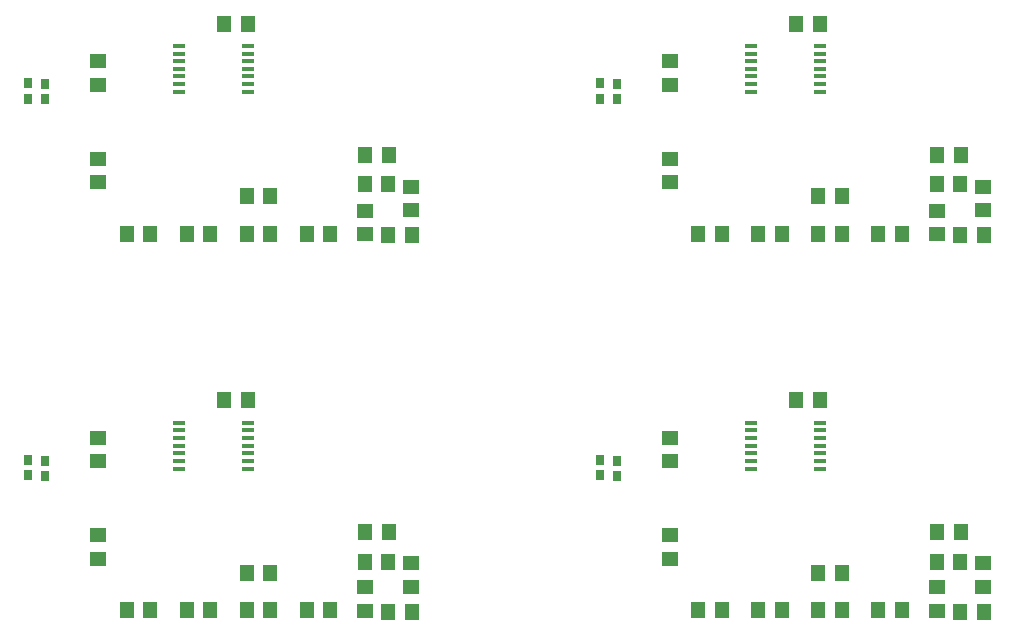
<source format=gtp>
G04*
%FSLAX23Y23*%
%MOIN*%
%LNTopSolderPaste*%
%ADD10R,.007X.007*%
%ADD11R,.025X.032*%
%ADD12R,.043X.012*%
%ADD13R,.048X.055*%
%ADD14R,.055X.048*%
D11*
G01X336Y1932D03*
Y1983D03*
Y1932D03*
Y1983D03*
X393Y1930D03*
Y1981D03*
X336Y676D03*
Y727D03*
Y676D03*
Y727D03*
X393Y674D03*
Y725D03*
X2242Y676D03*
Y727D03*
Y676D03*
Y727D03*
X2300Y674D03*
Y725D03*
X2242Y1932D03*
Y1983D03*
Y1932D03*
Y1983D03*
X2300Y1930D03*
Y1981D03*
D12*
X840Y2108D03*
Y2082D03*
Y2057D03*
Y2031D03*
Y2006D03*
Y1980D03*
Y1954D03*
X1068D03*
Y1980D03*
Y2006D03*
Y2031D03*
Y2057D03*
Y2082D03*
Y2108D03*
X840Y852D03*
Y826D03*
Y801D03*
Y775D03*
Y750D03*
Y724D03*
Y698D03*
X1068D03*
Y724D03*
Y750D03*
Y775D03*
Y801D03*
Y826D03*
Y852D03*
X2747D03*
Y826D03*
Y801D03*
Y775D03*
Y750D03*
Y724D03*
Y698D03*
X2975D03*
Y724D03*
Y750D03*
Y775D03*
Y801D03*
Y826D03*
Y852D03*
X2747Y2108D03*
Y2082D03*
Y2057D03*
Y2031D03*
Y2006D03*
Y1980D03*
Y1954D03*
X2975D03*
Y1980D03*
Y2006D03*
Y2031D03*
Y2057D03*
Y2082D03*
Y2108D03*
D13*
X990Y2182D03*
X1068D03*
X665Y1482D03*
X743D03*
X865D03*
X943D03*
X1065Y1607D03*
X1143D03*
X1065Y1482D03*
X1143D03*
X1265D03*
X1343D03*
X1458Y1646D03*
X1537D03*
X1536Y1479D03*
X1615D03*
X1460Y1743D03*
X1539D03*
X990Y926D03*
X1068D03*
X665Y226D03*
X743D03*
X865D03*
X943D03*
X1065Y351D03*
X1143D03*
X1065Y226D03*
X1143D03*
X1265D03*
X1343D03*
X1458Y389D03*
X1537D03*
X1536Y222D03*
X1615D03*
X1460Y487D03*
X1539D03*
X2896Y926D03*
X2975D03*
X2571Y226D03*
X2650D03*
X2771D03*
X2850D03*
X2971Y351D03*
X3050D03*
X2971Y226D03*
X3050D03*
X3171D03*
X3250D03*
X3365Y389D03*
X3444D03*
X3443Y222D03*
X3522D03*
X3367Y487D03*
X3446D03*
X2896Y2182D03*
X2975D03*
X2571Y1482D03*
X2650D03*
X2771D03*
X2850D03*
X2971Y1607D03*
X3050D03*
X2971Y1482D03*
X3050D03*
X3171D03*
X3250D03*
X3365Y1646D03*
X3444D03*
X3443Y1479D03*
X3522D03*
X3367Y1743D03*
X3446D03*
D14*
X568Y2057D03*
Y1979D03*
Y1732D03*
Y1654D03*
X1459Y1480D03*
Y1559D03*
X1613Y1639D03*
Y1560D03*
X568Y801D03*
Y723D03*
Y476D03*
Y398D03*
X1459Y224D03*
Y303D03*
X1613Y383D03*
Y304D03*
X2475Y801D03*
Y723D03*
Y476D03*
Y398D03*
X3365Y224D03*
Y303D03*
X3520Y383D03*
Y304D03*
X2475Y2057D03*
Y1979D03*
Y1732D03*
Y1654D03*
X3365Y1480D03*
Y1559D03*
X3520Y1639D03*
Y1560D03*
M02*

</source>
